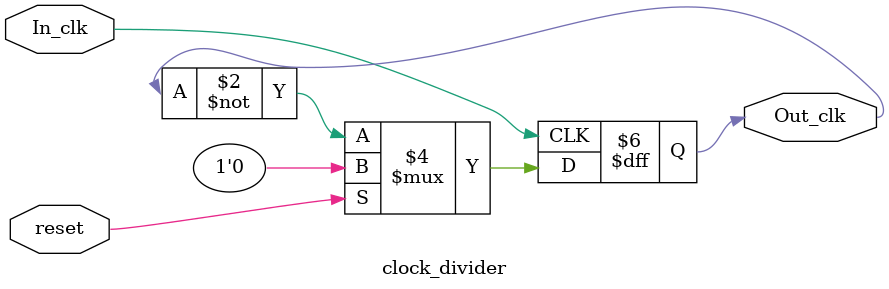
<source format=v>


module clock_divider(
	input In_clk, 
	input reset,
	output reg Out_clk
);

   always @(posedge In_clk) begin
		if (reset)
        Out_clk <= 1'b0;
		else
        Out_clk <= ~Out_clk;	
   end
	
endmodule
</source>
